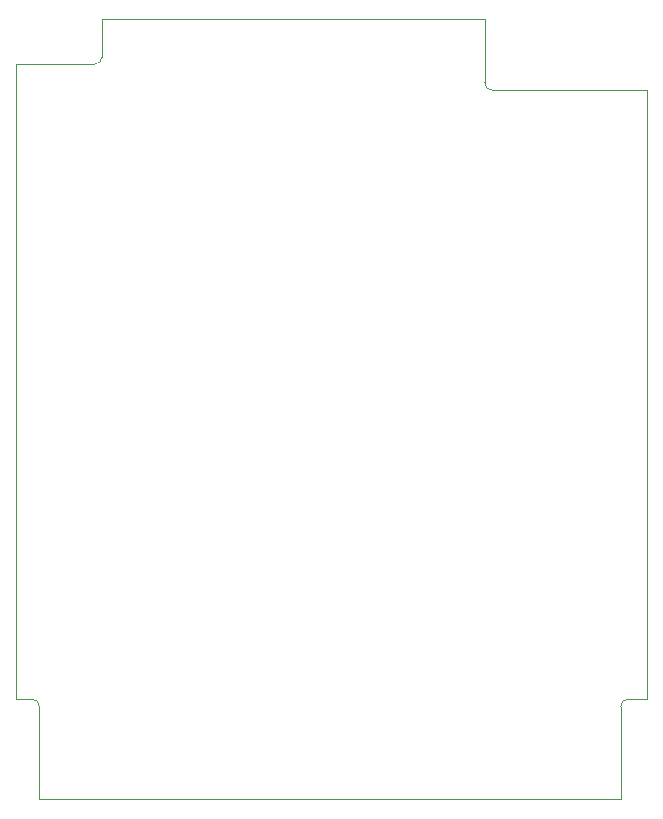
<source format=gbr>
%TF.GenerationSoftware,KiCad,Pcbnew,(6.0.2)*%
%TF.CreationDate,2022-10-22T11:53:18-05:00*%
%TF.ProjectId,REF1222 Optimized,52454631-3232-4322-904f-7074696d697a,rev?*%
%TF.SameCoordinates,Original*%
%TF.FileFunction,Profile,NP*%
%FSLAX46Y46*%
G04 Gerber Fmt 4.6, Leading zero omitted, Abs format (unit mm)*
G04 Created by KiCad (PCBNEW (6.0.2)) date 2022-10-22 11:53:18*
%MOMM*%
%LPD*%
G01*
G04 APERTURE LIST*
%TA.AperFunction,Profile*%
%ADD10C,0.002000*%
%TD*%
G04 APERTURE END LIST*
D10*
X170253813Y-118814000D02*
G75*
G03*
X169599000Y-119458000I-25685J-628788D01*
G01*
X125699000Y-64419200D02*
X125699000Y-61264000D01*
X120399000Y-119466928D02*
G75*
G03*
X119753901Y-118814000I-628094J24583D01*
G01*
X118399000Y-118814000D02*
X118399000Y-65064000D01*
X171849000Y-67264000D02*
X158744000Y-67264000D01*
X158099000Y-66611300D02*
X158099000Y-61264000D01*
X125699000Y-61264000D02*
X158099000Y-61264000D01*
X171849000Y-67264000D02*
X171849000Y-118814000D01*
X169599000Y-119458000D02*
X169599000Y-127314000D01*
X119753900Y-118814000D02*
X118399000Y-118814000D01*
X158099000Y-66611326D02*
G75*
G03*
X158744000Y-67264000I627757J-24669D01*
G01*
X125046200Y-65064000D02*
X118399000Y-65064000D01*
X171849000Y-118814000D02*
X170253800Y-118814000D01*
X125046187Y-65063999D02*
G75*
G03*
X125699000Y-64419158I24821J627734D01*
G01*
X169599000Y-127314000D02*
X120399000Y-127314000D01*
X120399000Y-127314000D02*
X120399000Y-119466900D01*
M02*

</source>
